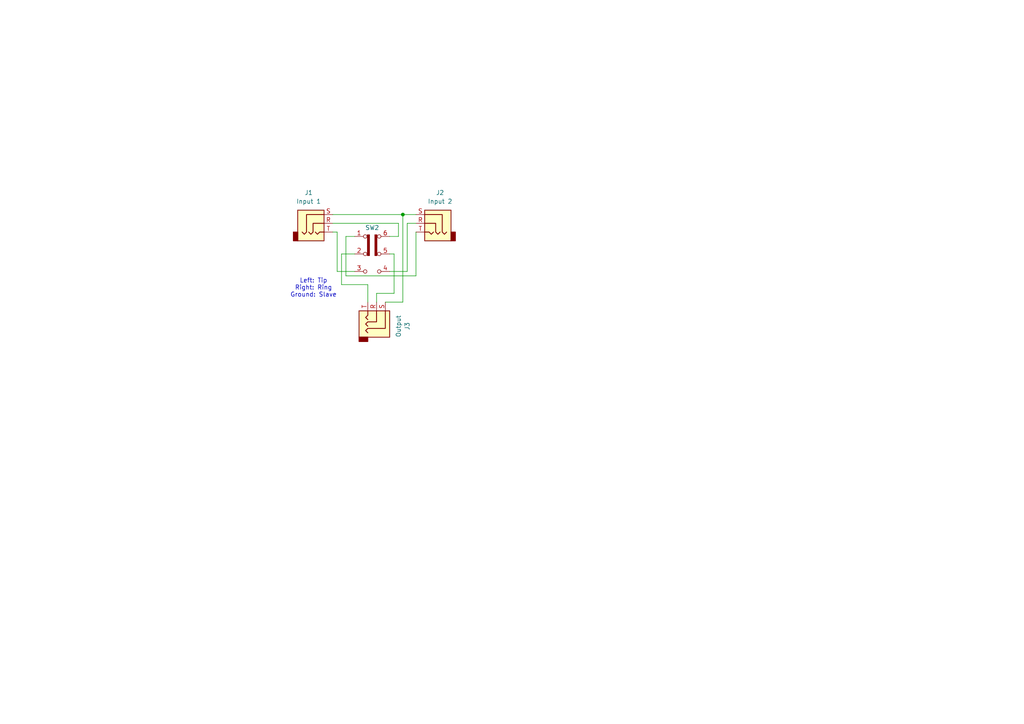
<source format=kicad_sch>
(kicad_sch (version 20231120) (generator "eeschema") (generator_version "8.0")
  (paper "A4")
  (lib_symbols
    (symbol "Connector_Audio:AudioJack3"
      (property "Reference" "J" (at 0 8.89 0))
      (property "Value" "AudioJack3" (at 0 6.35 0))
      (symbol "AudioJack3_0_1"
        (rectangle (start -5.08 -5.08) (end -6.35 -2.54) (stroke (width 0.254)) (fill (type outline)))
        (polyline (pts (xy 0 -2.54) (xy 0.635 -3.175) (xy 1.27 -2.54) (xy 2.54 -2.54)) (stroke (width 0.254)))
        (polyline (pts (xy -1.905 -2.54) (xy -1.27 -3.175) (xy -0.635 -2.54) (xy -0.635 0) (xy 2.54 0)) (stroke (width 0.254)))
        (polyline (pts (xy 2.54 2.54) (xy -2.54 2.54) (xy -2.54 -2.54) (xy -3.175 -3.175) (xy -3.81 -2.54)) (stroke (width 0.254)))
        (rectangle (start 2.54 3.81) (end -5.08 -5.08) (stroke (width 0.254)) (fill (type background)))
      )
      (symbol "AudioJack3_1_1"
        (pin passive line (at 5.08 0 180) (length 2.54) (name "~") (number "R"))
        (pin passive line (at 5.08 2.54 180) (length 2.54) (name "~") (number "S"))
        (pin passive line (at 5.08 -2.54 180) (length 2.54) (name "~") (number "T"))
      )
    )
    (symbol "Switch:SW_Slide_DPDT" (pin_names (offset 0) hide)
      (property "Reference" "SW" (at 0 6.858 0))
      (property "Value" "SW_Slide_DPDT" (at 0 -8.128 0))
      (symbol "SW_Slide_DPDT_0_0"
        (circle (center -2.032 -5.08) (radius 0.508))
        (circle (center -2.032 5.08) (radius 0.508))
        (circle (center 2.032 -5.08) (radius 0.508))
        (circle (center 2.032 0) (radius 0.508))
      )
      (symbol "SW_Slide_DPDT_0_1"
        (circle (center -2.032 0) (radius 0.508))
        (circle (center 2.032 5.08) (radius 0.508))
      )
      (symbol "SW_Slide_DPDT_1_1"
        (rectangle (start -1.397 5.588) (end -0.762 -0.508) (fill (type outline)))
        (rectangle (start 0.762 5.588) (end 1.397 -0.508) (fill (type outline)))
        (pin passive line (at -5.08 5.08 0) (length 2.54) (name "A") (number "1"))
        (pin passive line (at -5.08 0 0) (length 2.54) (name "B") (number "2"))
        (pin passive line (at -5.08 -5.08 0) (length 2.54) (name "C") (number "3"))
        (pin passive line (at 5.08 -5.08 180) (length 2.54) (name "A") (number "4"))
        (pin passive line (at 5.08 0 180) (length 2.54) (name "B") (number "5"))
        (pin passive line (at 5.08 5.08 180) (length 2.54) (name "C") (number "6"))
      )
    )
  )
  (junction (at 116.84 62.23))
  (wire (pts (xy 115.57 68.58) (xy 113.03 68.58)))
  (wire (pts (xy 106.68 87.63) (xy 106.68 82.55)))
  (wire (pts (xy 114.3 85.09) (xy 109.22 85.09)))
  (wire (pts (xy 100.33 68.58) (xy 102.87 68.58)))
  (wire (pts (xy 97.79 67.31) (xy 97.79 78.74)))
  (wire (pts (xy 118.11 64.77) (xy 120.65 64.77)))
  (wire (pts (xy 116.84 62.23) (xy 120.65 62.23)))
  (wire (pts (xy 99.06 82.55) (xy 99.06 73.66)))
  (wire (pts (xy 97.79 78.74) (xy 102.87 78.74)))
  (wire (pts (xy 96.52 64.77) (xy 115.57 64.77)))
  (wire (pts (xy 100.33 80.01) (xy 100.33 68.58)))
  (wire (pts (xy 120.65 80.01) (xy 100.33 80.01)))
  (wire (pts (xy 115.57 64.77) (xy 115.57 68.58)))
  (wire (pts (xy 114.3 73.66) (xy 114.3 85.09)))
  (wire (pts (xy 116.84 87.63) (xy 116.84 62.23)))
  (wire (pts (xy 113.03 73.66) (xy 114.3 73.66)))
  (wire (pts (xy 106.68 82.55) (xy 99.06 82.55)))
  (wire (pts (xy 120.65 67.31) (xy 120.65 80.01)))
  (wire (pts (xy 97.79 67.31) (xy 96.52 67.31)))
  (wire (pts (xy 111.76 87.63) (xy 116.84 87.63)))
  (wire (pts (xy 118.11 78.74) (xy 118.11 64.77)))
  (wire (pts (xy 99.06 73.66) (xy 102.87 73.66)))
  (wire (pts (xy 109.22 85.09) (xy 109.22 87.63)))
  (wire (pts (xy 96.52 62.23) (xy 116.84 62.23)))
  (wire (pts (xy 113.03 78.74) (xy 118.11 78.74)))
  (text "Left: Tip\nRight: Ring\nGround: Slave" (at 90.932 83.566 0) (effects (font (size 1.27 1.27))))
  (symbol (lib_id "Connector_Audio:AudioJack3") (at 125.73 64.77 0) (mirror y) (unit 1)
    (property "Reference" "J2" (at 127.635 55.88 0))
    (property "Value" "Input 2" (at 127.635 58.42 0))
    (property "Footprint" "Connector_Audio:Jack_3.5mm_CUI_SJ-3523-SMT_Horizontal" (effects (hide yes)))
    (property "Description" "Audio Jack, 3 Poles (Stereo / TRS)" (effects (hide yes)))
  )
  (symbol (lib_id "Switch:SW_Slide_DPDT") (at 107.95 73.66 0) (unit 1)
    (property "Reference" "SW2" (at 107.95 66.04 0))
    (property "Value" "SW_Slide_DPDT" (effects (hide yes)))
    (property "Footprint" "Button_Switch_THT:SW_Push_2P2T_Toggle_CK_PVA2OAH5xxxxxxV2" (effects (hide yes)))
    (property "Description" "Slide Switch, dual pole double throw" (effects (hide yes)))
  )
  (symbol (lib_id "Connector_Audio:AudioJack3") (at 91.44 64.77 0) (unit 1)
    (property "Reference" "J1" (at 89.535 55.88 0))
    (property "Value" "Input 1" (at 89.535 58.42 0))
    (property "Footprint" "Connector_Audio:Jack_3.5mm_CUI_SJ-3523-SMT_Horizontal" (effects (hide yes)))
    (property "Description" "Audio Jack, 3 Poles (Stereo / TRS)" (effects (hide yes)))
  )
  (symbol (lib_id "Connector_Audio:AudioJack3") (at 109.22 92.71 270) (mirror x) (unit 1)
    (property "Reference" "J3" (at 118.11 94.615 0))
    (property "Value" "Output" (at 115.57 94.615 0))
    (property "Footprint" "Connector_Audio:Jack_3.5mm_CUI_SJ-3523-SMT_Horizontal" (effects (hide yes)))
    (property "Description" "Audio Jack, 3 Poles (Stereo / TRS)" (effects (hide yes)))
  )
)
</source>
